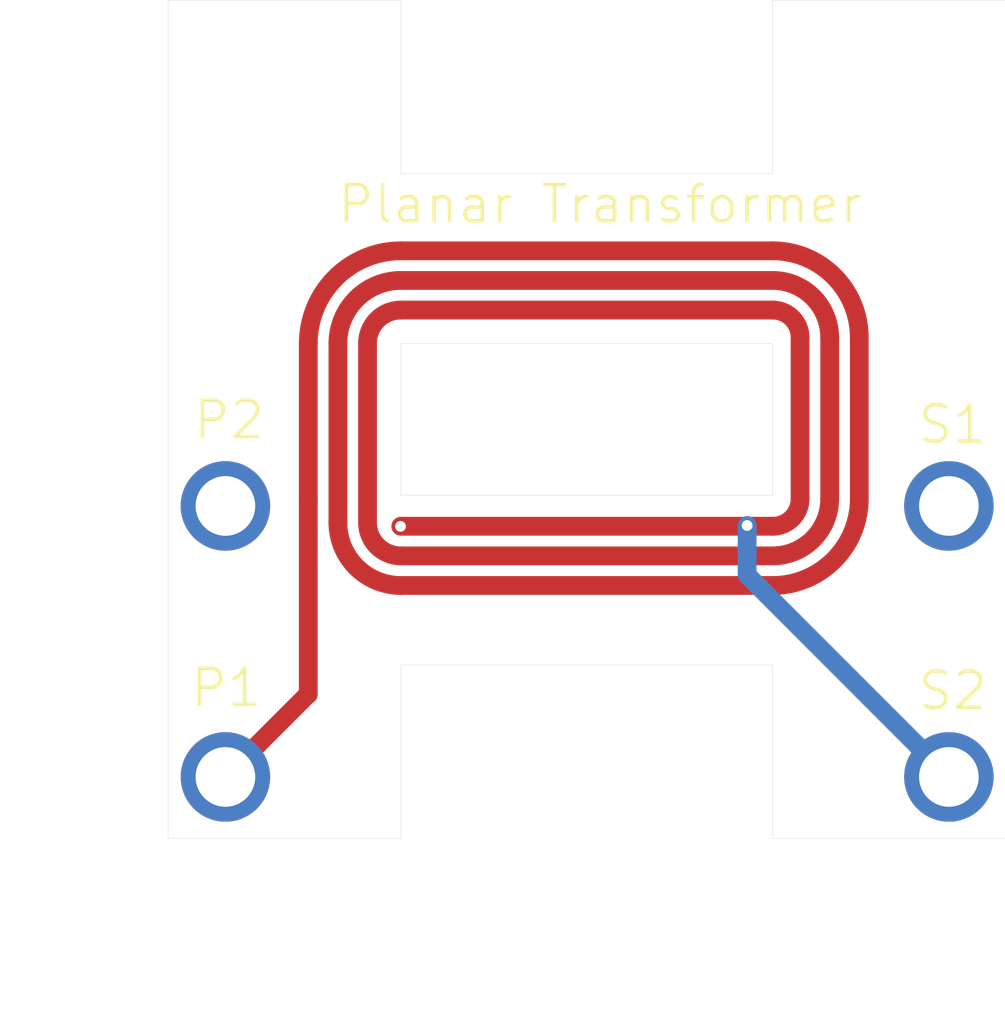
<source format=kicad_pcb>
(kicad_pcb (version 20240108) (generator "pcbnew") (generator_version "8.0")
  (layers (0 "F.Cu" signal) (1 "In1.Cu" signal) (2 "In2.Cu" signal) (31 "B.Cu" signal) (34 "B.Paste" user) (35 "F.Paste" user) (36 "B.SilkS" user "B.Silkscreen") (37 "F.SilkS" user "F.Silkscreen") (38 "B.Mask" user) (39 "F.Mask" user) (44 "Edge.Cuts" user))
  (net 0 "")
  (net 1 "Net-(J1-Pin_1)")
  (net 2 "Net-(J1-Pin_3)")
  (footprint "planar_transformer:planar_tran_connector" (layer "F.Cu") (at 121.5904 101.4984)
    (property "Reference" "J1" (hide yes))
    (property "Value" "Conn_01x04_Pin")
    (pad "1" thru_hole circle (at 0 0) (size 2.4765 2.4765) (drill 1.651) (layers "*.Cu" "*.Mask" "Eco2.User") (net 1 "Net-(J1-Pin_1)"))
    (pad "2" thru_hole circle (at 0 -7.5) (size 2.4765 2.4765) (drill 1.651) (layers "*.Cu" "*.Mask" "Eco2.User") (net 1 "Net-(J1-Pin_1)"))
    (pad "3" thru_hole circle (at 20.04 -7.5) (size 2.4765 2.4765) (drill 1.651) (layers "*.Cu" "*.Mask" "Eco2.User") (net 2 "Net-(J1-Pin_3)"))
    (pad "4" thru_hole circle (at 20.04 0) (size 2.4765 2.4765) (drill 1.651) (layers "*.Cu" "*.Mask" "Eco2.User") (net 2 "Net-(J1-Pin_3)"))
  )
  (gr_line (start 126.45 80) (end 126.45 84.8) (stroke (width 0.01)) (layer "Edge.Cuts"))
  (gr_line (start 136.75 80) (end 143.2 80) (stroke (width 0.01)) (layer "Edge.Cuts"))
  (gr_line (start 126.45 93.7) (end 126.45 89.5) (stroke (width 0.01)) (layer "Edge.Cuts"))
  (gr_line (start 120 103.2) (end 120 80) (stroke (width 0.01)) (layer "Edge.Cuts"))
  (gr_line (start 136.75 98.4) (end 136.75 103.2) (stroke (width 0.01)) (layer "Edge.Cuts"))
  (gr_line (start 136.75 93.7) (end 136.75 89.5) (stroke (width 0.01)) (layer "Edge.Cuts"))
  (gr_line (start 143.2 80) (end 143.2 103.2) (stroke (width 0.01)) (layer "Edge.Cuts"))
  (gr_line (start 126.45 84.8) (end 136.75 84.8) (stroke (width 0.01)) (layer "Edge.Cuts"))
  (gr_line (start 126.45 93.7) (end 136.75 93.7) (stroke (width 0.01)) (layer "Edge.Cuts"))
  (gr_line (start 126.45 89.5) (end 136.75 89.5) (stroke (width 0.01)) (layer "Edge.Cuts"))
  (gr_line (start 120 80) (end 126.45 80) (stroke (width 0.01)) (layer "Edge.Cuts"))
  (gr_line (start 126.45 98.4) (end 136.75 98.4) (stroke (width 0.01)) (layer "Edge.Cuts"))
  (gr_line (start 120 103.2) (end 126.45 103.2) (stroke (width 0.01)) (layer "Edge.Cuts"))
  (gr_line (start 126.45 98.4) (end 126.45 103.2) (stroke (width 0.01)) (layer "Edge.Cuts"))
  (gr_line (start 136.75 103.2) (end 143.2 103.2) (stroke (width 0.01)) (layer "Edge.Cuts"))
  (gr_line (start 136.75 80) (end 136.75 84.8) (stroke (width 0.01)) (layer "Edge.Cuts"))
  (gr_text "P2" (at 120.65 92.202 0) (layer "F.SilkS") (effects (font (size 1 1) (thickness 0.1)) (justify left bottom)))
  (gr_text "Planar Transformer" (at 124.6378 86.233 0) (layer "F.SilkS") (effects (font (size 1 1) (thickness 0.1)) (justify left bottom)))
  (gr_text "P1" (at 120.5738 99.6188 0) (layer "F.SilkS") (effects (font (size 1 1) (thickness 0.1)) (justify left bottom)))
  (gr_text "S2" (at 140.716 99.695 0) (layer "F.SilkS") (effects (font (size 1 1) (thickness 0.1)) (justify left bottom)))
  (gr_text "S1" (at 140.716 92.329 0) (layer "F.SilkS") (effects (font (size 1 1) (thickness 0.1)) (justify left bottom)))
  (segment (start 137.5084 93.8016) (end 137.5084 89.3354) (width 0.52) (layer "F.Cu") (net 1))
  (segment (start 138.3284 93.8016) (end 138.3284 89.3354) (width 0.52) (layer "F.Cu") (net 1))
  (segment (start 136.75 87.757) (end 126.45 87.757) (width 0.52) (layer "F.Cu") (net 1))
  (segment (start 126.45 95.38) (end 136.75 95.38) (width 0.52) (layer "F.Cu") (net 1))
  (segment (start 124.7068 89.5002) (end 124.7068 94.4568) (width 0.52) (layer "F.Cu") (net 1))
  (segment (start 136.75 86.937) (end 126.45 86.937) (width 0.52) (layer "F.Cu") (net 1))
  (segment (start 123.8868 93.794) (end 123.8868 99.2124) (width 0.52) (layer "F.Cu") (net 1))
  (segment (start 125.5268 89.5002) (end 125.5268 94.4568) (width 0.52) (layer "F.Cu") (net 1))
  (segment (start 123.8868 89.5002) (end 123.8868 93.794) (width 0.52) (layer "F.Cu") (net 1))
  (segment (start 136.75 88.577) (end 126.45 88.577) (width 0.52) (layer "F.Cu") (net 1))
  (segment (start 126.45 94.56) (end 136.75 94.56) (width 0.52) (layer "F.Cu") (net 1))
  (segment (start 139.1484 93.8016) (end 139.1484 89.3354) (width 0.52) (layer "F.Cu") (net 1))
  (segment (start 121.5904 101.4984) (end 123.8764 99.2124) (width 0.52) (layer "F.Cu") (net 1))
  (segment (start 126.45 96.2) (end 136.75 96.2) (width 0.52) (layer "F.Cu") (net 1))
  (via blind (at 126.4412 94.5642) (size 0.5) (drill 0.3) (layers "F.Cu" "In1.Cu") (net 1))
  (arc (start 137.5084 89.3354) (mid 137.28627 88.79913) (end 136.75 88.577) (width 0.52) (layer "F.Cu") (net 1))
  (arc (start 136.75 95.38) (mid 137.866097 94.917697) (end 138.3284 93.8016) (width 0.52) (layer "F.Cu") (net 1))
  (arc (start 126.45 88.577) (mid 125.797199 88.847399) (end 125.5268 89.5002) (width 0.52) (layer "F.Cu") (net 1))
  (arc (start 126.45 86.937) (mid 124.637544 87.687744) (end 123.8868 89.5002) (width 0.52) (layer "F.Cu") (net 1))
  (arc (start 136.75 94.56) (mid 137.28627 94.33787) (end 137.5084 93.8016) (width 0.52) (layer "F.Cu") (net 1))
  (arc (start 124.7068 94.4568) (mid 125.217371 95.689429) (end 126.45 96.2) (width 0.52) (layer "F.Cu") (net 1))
  (arc (start 125.5268 94.4568) (mid 125.797199 95.109601) (end 126.45 95.38) (width 0.52) (layer "F.Cu") (net 1))
  (arc (start 136.75 96.2) (mid 138.445925 95.497525) (end 139.1484 93.8016) (width 0.52) (layer "F.Cu") (net 1))
  (arc (start 126.45 87.757) (mid 125.217371 88.267571) (end 124.7068 89.5002) (width 0.52) (layer "F.Cu") (net 1))
  (arc (start 139.1484 89.3354) (mid 138.445925 87.639475) (end 136.75 86.937) (width 0.52) (layer "F.Cu") (net 1))
  (arc (start 138.3284 89.3354) (mid 137.866097 88.219303) (end 136.75 87.757) (width 0.52) (layer "F.Cu") (net 1))
  (via blind (at 136.0424 94.5388) (size 0.5) (drill 0.3) (layers "In2.Cu" "B.Cu") (net 2))
  (segment (start 136.0424 95.9104) (end 141.6304 101.4984) (width 0.52) (layer "B.Cu") (net 2))
  (segment (start 136.0424 94.5388) (end 136.0424 95.9104) (width 0.52) (layer "B.Cu") (net 2))
)
</source>
